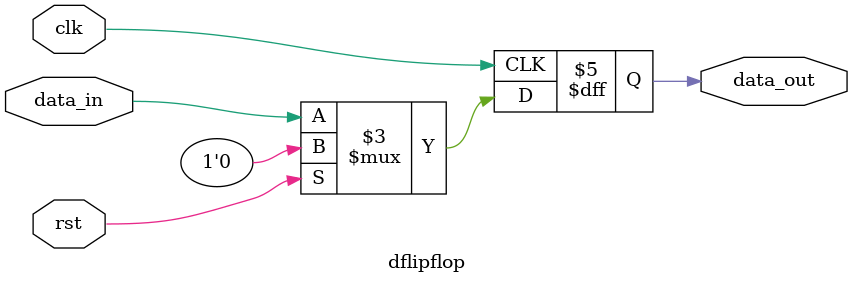
<source format=v>
module dflipflop(data_in,clk,rst,data_out);

input data_in,clk,rst;
output reg data_out;

always@(posedge clk)
   begin
        if(rst)
		   data_out <= 0;
		else 
		   data_out <= data_in;
   end
   
endmodule   

</source>
